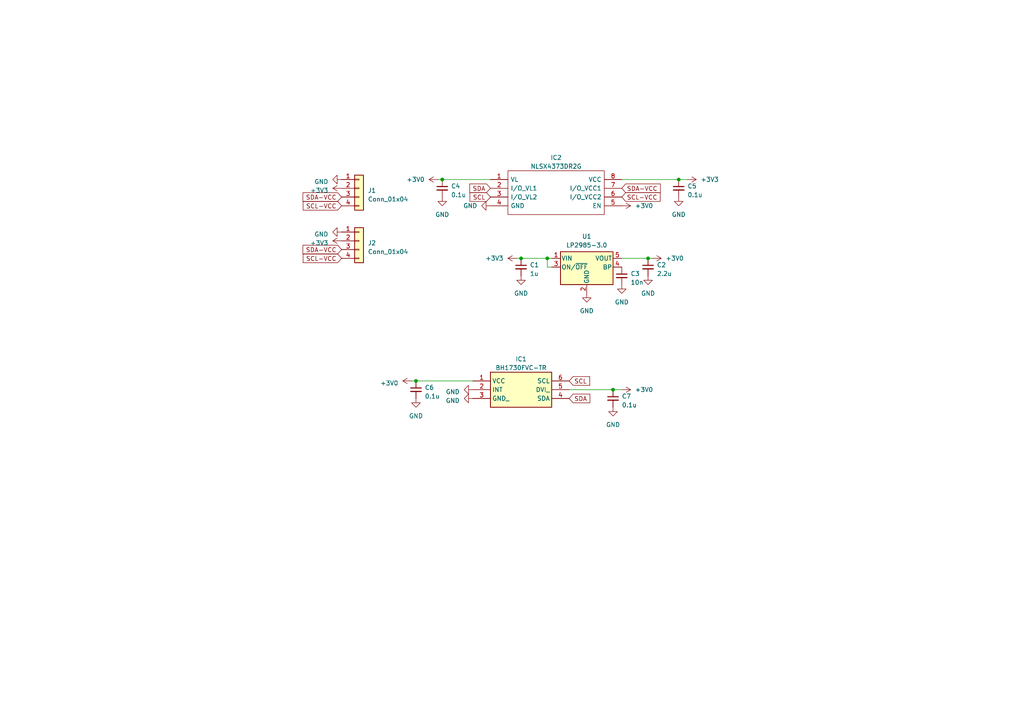
<source format=kicad_sch>
(kicad_sch (version 20230121) (generator eeschema)
  (paper "A4")
  (lib_symbols
    (symbol "BH1730FVC-TR:BH1730FVC-TR"
      (property "Reference" "IC" (at 24.13 7.62 0))
      (property "Value" "BH1730FVC-TR" (at 24.13 5.08 0))
      (symbol "BH1730FVC-TR_1_1"
        (rectangle (start 5.08 2.54) (end 22.86 -7.62) (stroke (width 0.254)) (fill (type background)))
        (pin passive line (at 0 0 0) (length 5.08) (name "VCC") (number "1"))
        (pin passive line (at 0 -2.54 0) (length 5.08) (name "INT") (number "2"))
        (pin passive line (at 0 -5.08 0) (length 5.08) (name "GND_") (number "3"))
        (pin passive line (at 27.94 -5.08 180) (length 5.08) (name "SDA") (number "4"))
        (pin passive line (at 27.94 -2.54 180) (length 5.08) (name "DVI_") (number "5"))
        (pin passive line (at 27.94 0 180) (length 5.08) (name "SCL") (number "6"))
      )
    )
    (symbol "Connector_Generic:Conn_01x04" (pin_names (offset 1.016) hide)
      (property "Reference" "J" (at 0 5.08 0))
      (property "Value" "Conn_01x04" (at 0 -7.62 0))
      (symbol "Conn_01x04_1_1"
        (rectangle (start -1.27 -4.953) (end 0 -5.207) (stroke (width 0.1524)))
        (rectangle (start -1.27 -2.413) (end 0 -2.667) (stroke (width 0.1524)))
        (rectangle (start -1.27 0.127) (end 0 -0.127) (stroke (width 0.1524)))
        (rectangle (start -1.27 2.667) (end 0 2.413) (stroke (width 0.1524)))
        (rectangle (start -1.27 3.81) (end 1.27 -6.35) (stroke (width 0.254)) (fill (type background)))
        (pin passive line (at -5.08 2.54 0) (length 3.81) (name "Pin_1") (number "1"))
        (pin passive line (at -5.08 0 0) (length 3.81) (name "Pin_2") (number "2"))
        (pin passive line (at -5.08 -2.54 0) (length 3.81) (name "Pin_3") (number "3"))
        (pin passive line (at -5.08 -5.08 0) (length 3.81) (name "Pin_4") (number "4"))
      )
    )
    (symbol "Device:C_Small" (pin_numbers hide) (pin_names (offset 0.254) hide)
      (property "Reference" "C" (at 0.254 1.778 0))
      (property "Value" "C_Small" (at 0.254 -2.032 0))
      (symbol "C_Small_0_1"
        (polyline (pts (xy -1.524 -0.508) (xy 1.524 -0.508)) (stroke (width 0.3302)))
        (polyline (pts (xy -1.524 0.508) (xy 1.524 0.508)) (stroke (width 0.3048)))
      )
      (symbol "C_Small_1_1"
        (pin passive line (at 0 2.54 270) (length 2.032) (name "~") (number "1"))
        (pin passive line (at 0 -2.54 90) (length 2.032) (name "~") (number "2"))
      )
    )
    (symbol "NLSX4373DR2G:NLSX4373DR2G" (pin_names (offset 0.762))
      (property "Reference" "IC" (at 34.29 7.62 0))
      (property "Value" "NLSX4373DR2G" (at 34.29 5.08 0))
      (symbol "NLSX4373DR2G_0_0"
        (pin passive line (at 0 0 0) (length 5.08) (name "VL") (number "1"))
        (pin passive line (at 0 -2.54 0) (length 5.08) (name "I/O_VL1") (number "2"))
        (pin passive line (at 0 -5.08 0) (length 5.08) (name "I/O_VL2") (number "3"))
        (pin passive line (at 0 -7.62 0) (length 5.08) (name "GND") (number "4"))
        (pin passive line (at 38.1 -7.62 180) (length 5.08) (name "EN") (number "5"))
        (pin passive line (at 38.1 -5.08 180) (length 5.08) (name "I/O_VCC2") (number "6"))
        (pin passive line (at 38.1 -2.54 180) (length 5.08) (name "I/O_VCC1") (number "7"))
        (pin passive line (at 38.1 0 180) (length 5.08) (name "VCC") (number "8"))
      )
      (symbol "NLSX4373DR2G_0_1"
        (polyline (pts (xy 5.08 2.54) (xy 33.02 2.54) (xy 33.02 -10.16) (xy 5.08 -10.16) (xy 5.08 2.54)) (stroke (width 0.1524)))
      )
    )
    (symbol "Regulator_Linear:LP2985-3.0" (pin_names (offset 0.254))
      (property "Reference" "U" (at -6.35 5.715 0))
      (property "Value" "LP2985-3.0" (at 0 5.715 0))
      (symbol "LP2985-3.0_0_1"
        (rectangle (start -7.62 -5.08) (end 7.62 4.445) (stroke (width 0.254)) (fill (type background)))
      )
      (symbol "LP2985-3.0_1_1"
        (pin power_in line (at -10.16 2.54 0) (length 2.54) (name "VIN") (number "1"))
        (pin power_in line (at 0 -7.62 90) (length 2.54) (name "GND") (number "2"))
        (pin input line (at -10.16 0 0) (length 2.54) (name "ON/~{OFF}") (number "3"))
        (pin input line (at 10.16 0 180) (length 2.54) (name "BP") (number "4"))
        (pin power_out line (at 10.16 2.54 180) (length 2.54) (name "VOUT") (number "5"))
      )
    )
    (symbol "power:+3V0" (power) (pin_names (offset 0))
      (property "Value" "+3V0" (at 0 3.556 0))
      (symbol "+3V0_0_1"
        (polyline (pts (xy -0.762 1.27) (xy 0 2.54)))
        (polyline (pts (xy 0 0) (xy 0 2.54)))
        (polyline (pts (xy 0 2.54) (xy 0.762 1.27)))
      )
      (symbol "+3V0_1_1"
        (pin power_in line (at 0 0 90) (length 0) hide (name "+3V0") (number "1"))
      )
    )
    (symbol "power:+3V3" (power) (pin_names (offset 0))
      (property "Value" "+3V3" (at 0 3.556 0))
      (symbol "+3V3_0_1"
        (polyline (pts (xy -0.762 1.27) (xy 0 2.54)))
        (polyline (pts (xy 0 0) (xy 0 2.54)))
        (polyline (pts (xy 0 2.54) (xy 0.762 1.27)))
      )
      (symbol "+3V3_1_1"
        (pin power_in line (at 0 0 90) (length 0) hide (name "+3V3") (number "1"))
      )
    )
    (symbol "power:GND" (power) (pin_names (offset 0))
      (property "Value" "GND" (at 0 -3.81 0))
      (symbol "GND_0_1"
        (polyline (pts (xy 0 0) (xy 0 -1.27) (xy 1.27 -1.27) (xy 0 -2.54) (xy -1.27 -1.27) (xy 0 -1.27)))
      )
      (symbol "GND_1_1"
        (pin power_in line (at 0 0 270) (length 0) hide (name "GND") (number "1"))
      )
    )
  )
  (junction (at 151.13 74.93))
  (junction (at 187.96 74.93))
  (junction (at 177.8 113.03))
  (junction (at 158.75 74.93))
  (junction (at 128.27 52.07))
  (junction (at 120.65 110.49))
  (junction (at 196.85 52.07))
  (wire (pts (xy 158.75 77.47) (xy 160.02 77.47)))
  (wire (pts (xy 158.75 74.93) (xy 160.02 74.93)))
  (wire (pts (xy 149.86 74.93) (xy 151.13 74.93)))
  (wire (pts (xy 158.75 74.93) (xy 158.75 77.47)))
  (wire (pts (xy 120.65 110.49) (xy 137.16 110.49)))
  (wire (pts (xy 119.38 110.49) (xy 120.65 110.49)))
  (wire (pts (xy 189.23 74.93) (xy 187.96 74.93)))
  (wire (pts (xy 151.13 74.93) (xy 158.75 74.93)))
  (wire (pts (xy 187.96 74.93) (xy 180.34 74.93)))
  (wire (pts (xy 196.85 52.07) (xy 180.34 52.07)))
  (wire (pts (xy 180.34 113.03) (xy 177.8 113.03)))
  (wire (pts (xy 127 52.07) (xy 128.27 52.07)))
  (wire (pts (xy 177.8 113.03) (xy 165.1 113.03)))
  (wire (pts (xy 128.27 52.07) (xy 142.24 52.07)))
  (wire (pts (xy 199.39 52.07) (xy 196.85 52.07)))
  (global_label "SDA-VCC" (shape input) (at 99.06 57.15 180) (property "Intersheetrefs" "${INTERSHEET_REFS}" (effects hide)))
  (global_label "SDA-VCC" (shape input) (at 180.34 54.61 0) (property "Intersheetrefs" "${INTERSHEET_REFS}" (effects hide)))
  (global_label "SDA-VCC" (shape input) (at 99.06 72.39 180) (property "Intersheetrefs" "${INTERSHEET_REFS}" (effects hide)))
  (global_label "SCL" (shape input) (at 142.24 57.15 180) (property "Intersheetrefs" "${INTERSHEET_REFS}" (effects hide)))
  (global_label "SDA" (shape input) (at 165.1 115.57 0) (property "Intersheetrefs" "${INTERSHEET_REFS}" (effects hide)))
  (global_label "SCL-VCC" (shape input) (at 99.06 74.93 180) (property "Intersheetrefs" "${INTERSHEET_REFS}" (effects hide)))
  (global_label "SCL-VCC" (shape input) (at 180.34 57.15 0) (property "Intersheetrefs" "${INTERSHEET_REFS}" (effects hide)))
  (global_label "SCL" (shape input) (at 165.1 110.49 0) (property "Intersheetrefs" "${INTERSHEET_REFS}" (effects hide)))
  (global_label "SDA" (shape input) (at 142.24 54.61 180) (property "Intersheetrefs" "${INTERSHEET_REFS}" (effects hide)))
  (global_label "SCL-VCC" (shape input) (at 99.06 59.69 180) (property "Intersheetrefs" "${INTERSHEET_REFS}" (effects hide)))
  (symbol (lib_id "power:GND") (at 187.96 80.01 0) (unit 1)
    (property "Reference" "#PWR013" (effects hide))
    (property "Value" "GND" (at 187.96 85.09 0))
  )
  (symbol (lib_id "Device:C_Small") (at 128.27 54.61 0) (unit 1)
    (property "Reference" "C4" (at 130.81 53.9813 0) (effects (justify left)))
    (property "Value" "0.1u" (at 130.81 56.5213 0) (effects (justify left)))
    (property "Footprint" "Capacitor_SMD:C_0805_2012Metric_Pad1.18x1.45mm_HandSolder" (effects hide))
  )
  (symbol (lib_id "power:+3V3") (at 149.86 74.93 90) (unit 1)
    (property "Reference" "#PWR04" (effects hide))
    (property "Value" "+3V3" (at 146.05 74.93 90) (effects (justify left)))
  )
  (symbol (lib_id "power:GND") (at 151.13 80.01 0) (unit 1)
    (property "Reference" "#PWR012" (effects hide))
    (property "Value" "GND" (at 151.13 85.09 0))
  )
  (symbol (lib_id "Device:C_Small") (at 177.8 115.57 0) (unit 1)
    (property "Reference" "C7" (at 180.34 114.9413 0) (effects (justify left)))
    (property "Value" "0.1u" (at 180.34 117.4813 0) (effects (justify left)))
    (property "Footprint" "Capacitor_SMD:C_0805_2012Metric_Pad1.18x1.45mm_HandSolder" (effects hide))
  )
  (symbol (lib_id "power:GND") (at 120.65 115.57 0) (unit 1)
    (property "Reference" "#PWR017" (effects hide))
    (property "Value" "GND" (at 120.65 120.65 0))
  )
  (symbol (lib_id "Connector_Generic:Conn_01x04") (at 104.14 54.61 0) (unit 1)
    (property "Reference" "J1" (at 106.68 55.245 0) (effects (justify left)))
    (property "Value" "Conn_01x04" (at 106.68 57.785 0) (effects (justify left)))
    (property "Footprint" "Connector_JST:JST_SH_SM04B-SRSS-TB_1x04-1MP_P1.00mm_Horizontal" (effects hide))
  )
  (symbol (lib_id "power:GND") (at 99.06 52.07 270) (unit 1)
    (property "Reference" "#PWR01" (effects hide))
    (property "Value" "GND" (at 95.25 52.705 90) (effects (justify right)))
  )
  (symbol (lib_id "power:+3V0") (at 119.38 110.49 90) (unit 1)
    (property "Reference" "#PWR07" (effects hide))
    (property "Value" "+3V0" (at 115.57 111.125 90) (effects (justify left)))
  )
  (symbol (lib_id "power:+3V3") (at 99.06 54.61 90) (unit 1)
    (property "Reference" "#PWR02" (effects hide))
    (property "Value" "+3V3" (at 95.25 55.245 90) (effects (justify left)))
  )
  (symbol (lib_id "power:GND") (at 99.06 67.31 270) (unit 1)
    (property "Reference" "#PWR021" (effects hide))
    (property "Value" "GND" (at 95.25 67.945 90) (effects (justify right)))
  )
  (symbol (lib_id "Device:C_Small") (at 196.85 54.61 0) (unit 1)
    (property "Reference" "C5" (at 199.39 53.9813 0) (effects (justify left)))
    (property "Value" "0.1u" (at 199.39 56.5213 0) (effects (justify left)))
    (property "Footprint" "Capacitor_SMD:C_0805_2012Metric_Pad1.18x1.45mm_HandSolder" (effects hide))
  )
  (symbol (lib_id "BH1730FVC-TR:BH1730FVC-TR") (at 137.16 110.49 0) (unit 1)
    (property "Reference" "IC1" (at 151.13 104.14 0))
    (property "Value" "BH1730FVC-TR" (at 151.13 106.68 0))
    (property "Footprint" "BH1730FVC-TR:BH1730FVCTR" (effects hide))
    (property "Datasheet" "https://fscdn.rohm.com/en/products/databook/datasheet/ic/sensor/light/bh1730fvc-e.pdf" (effects hide))
    (property "Height" "0.75" (effects hide))
    (property "Manufacturer_Name" "ROHM Semiconductor" (effects hide))
    (property "Manufacturer_Part_Number" "BH1730FVC-TR" (effects hide))
    (property "Mouser Part Number" "755-BH1730FVC-TR" (effects hide))
    (property "Mouser Price/Stock" "https://www.mouser.co.uk/ProductDetail/ROHM-Semiconductor/BH1730FVC-TR?qs=IsRgwgmxh694EktSNe0Rpg%3D%3D" (effects hide))
  )
  (symbol (lib_id "power:+3V3") (at 99.06 69.85 90) (unit 1)
    (property "Reference" "#PWR022" (effects hide))
    (property "Value" "+3V3" (at 95.25 70.485 90) (effects (justify left)))
  )
  (symbol (lib_id "Device:C_Small") (at 151.13 77.47 0) (unit 1)
    (property "Reference" "C1" (at 153.67 76.8413 0) (effects (justify left)))
    (property "Value" "1u" (at 153.67 79.3813 0) (effects (justify left)))
    (property "Footprint" "Capacitor_SMD:C_0805_2012Metric_Pad1.18x1.45mm_HandSolder" (effects hide))
  )
  (symbol (lib_id "power:+3V0") (at 180.34 59.69 270) (unit 1)
    (property "Reference" "#PWR019" (effects hide))
    (property "Value" "+3V0" (at 184.15 59.69 90) (effects (justify left)))
  )
  (symbol (lib_id "Device:C_Small") (at 180.34 80.01 0) (unit 1)
    (property "Reference" "C3" (at 182.88 79.3813 0) (effects (justify left)))
    (property "Value" "10n" (at 182.88 81.9213 0) (effects (justify left)))
    (property "Footprint" "Capacitor_SMD:C_0805_2012Metric_Pad1.18x1.45mm_HandSolder" (effects hide))
  )
  (symbol (lib_id "Connector_Generic:Conn_01x04") (at 104.14 69.85 0) (unit 1)
    (property "Reference" "J2" (at 106.68 70.485 0) (effects (justify left)))
    (property "Value" "Conn_01x04" (at 106.68 73.025 0) (effects (justify left)))
    (property "Footprint" "Connector_JST:JST_XH_B4B-XH-AM_1x04_P2.50mm_Vertical" (effects hide))
  )
  (symbol (lib_id "power:GND") (at 142.24 59.69 270) (unit 1)
    (property "Reference" "#PWR015" (effects hide))
    (property "Value" "GND" (at 138.43 59.69 90) (effects (justify right)))
  )
  (symbol (lib_id "power:GND") (at 196.85 57.15 0) (unit 1)
    (property "Reference" "#PWR018" (effects hide))
    (property "Value" "GND" (at 196.85 62.23 0))
  )
  (symbol (lib_id "power:+3V0") (at 127 52.07 90) (unit 1)
    (property "Reference" "#PWR011" (effects hide))
    (property "Value" "+3V0" (at 123.19 52.07 90) (effects (justify left)))
  )
  (symbol (lib_id "power:GND") (at 180.34 82.55 0) (unit 1)
    (property "Reference" "#PWR014" (effects hide))
    (property "Value" "GND" (at 180.34 87.63 0))
  )
  (symbol (lib_id "power:+3V0") (at 180.34 113.03 270) (unit 1)
    (property "Reference" "#PWR09" (effects hide))
    (property "Value" "+3V0" (at 184.15 113.03 90) (effects (justify left)))
  )
  (symbol (lib_id "Device:C_Small") (at 187.96 77.47 0) (unit 1)
    (property "Reference" "C2" (at 190.5 76.8413 0) (effects (justify left)))
    (property "Value" "2.2u" (at 190.5 79.3813 0) (effects (justify left)))
    (property "Footprint" "Capacitor_SMD:C_0805_2012Metric_Pad1.18x1.45mm_HandSolder" (effects hide))
  )
  (symbol (lib_id "power:+3V0") (at 189.23 74.93 270) (unit 1)
    (property "Reference" "#PWR06" (effects hide))
    (property "Value" "+3V0" (at 193.04 74.93 90) (effects (justify left)))
  )
  (symbol (lib_id "Regulator_Linear:LP2985-3.0") (at 170.18 77.47 0) (unit 1)
    (property "Reference" "U1" (at 170.18 68.58 0))
    (property "Value" "LP2985-3.0" (at 170.18 71.12 0))
    (property "Footprint" "Package_TO_SOT_SMD:SOT-23-5" (effects hide))
    (property "Datasheet" "http://www.ti.com/lit/ds/symlink/lp2985.pdf" (effects hide))
  )
  (symbol (lib_id "power:+3V3") (at 199.39 52.07 270) (unit 1)
    (property "Reference" "#PWR010" (effects hide))
    (property "Value" "+3V3" (at 203.2 52.07 90) (effects (justify left)))
  )
  (symbol (lib_id "power:GND") (at 170.18 85.09 0) (unit 1)
    (property "Reference" "#PWR05" (effects hide))
    (property "Value" "GND" (at 170.18 90.17 0))
  )
  (symbol (lib_id "power:GND") (at 137.16 113.03 270) (unit 1)
    (property "Reference" "#PWR08" (effects hide))
    (property "Value" "GND" (at 133.35 113.665 90) (effects (justify right)))
  )
  (symbol (lib_id "Device:C_Small") (at 120.65 113.03 0) (unit 1)
    (property "Reference" "C6" (at 123.19 112.4013 0) (effects (justify left)))
    (property "Value" "0.1u" (at 123.19 114.9413 0) (effects (justify left)))
    (property "Footprint" "Capacitor_SMD:C_0805_2012Metric_Pad1.18x1.45mm_HandSolder" (effects hide))
  )
  (symbol (lib_id "NLSX4373DR2G:NLSX4373DR2G") (at 142.24 52.07 0) (unit 1)
    (property "Reference" "IC2" (at 161.29 45.72 0))
    (property "Value" "NLSX4373DR2G" (at 161.29 48.26 0))
    (property "Footprint" "Package_SO:SOIC-8_3.9x4.9mm_P1.27mm" (effects hide))
    (property "Datasheet" "http://www.onsemi.com/pub/Collateral/NLSX4373-D.PDF" (effects hide))
    (property "Description" "2-Bit 20 Mb/s Dual-Supply Level Translator" (effects hide))
    (property "Height" "1.75" (effects hide))
    (property "Manufacturer_Name" "onsemi" (effects hide))
    (property "Manufacturer_Part_Number" "NLSX4373DR2G" (effects hide))
    (property "Mouser Part Number" "863-NLSX4373DR2G" (effects hide))
    (property "Mouser Price/Stock" "https://www.mouser.co.uk/ProductDetail/onsemi/NLSX4373DR2G?qs=zXUFZjqEZiiEfIwrZ45LUw%3D%3D" (effects hide))
    (property "Arrow Part Number" "NLSX4373DR2G" (effects hide))
    (property "Arrow Price/Stock" "https://www.arrow.com/en/products/nlsx4373dr2g/on-semiconductor?region=nac" (effects hide))
  )
  (symbol (lib_id "power:GND") (at 177.8 118.11 0) (unit 1)
    (property "Reference" "#PWR020" (effects hide))
    (property "Value" "GND" (at 177.8 123.19 0))
  )
  (symbol (lib_id "power:GND") (at 137.16 115.57 270) (unit 1)
    (property "Reference" "#PWR03" (effects hide))
    (property "Value" "GND" (at 133.35 116.205 90) (effects (justify right)))
  )
  (symbol (lib_id "power:GND") (at 128.27 57.15 0) (unit 1)
    (property "Reference" "#PWR016" (effects hide))
    (property "Value" "GND" (at 128.27 62.23 0))
  )
)
</source>
